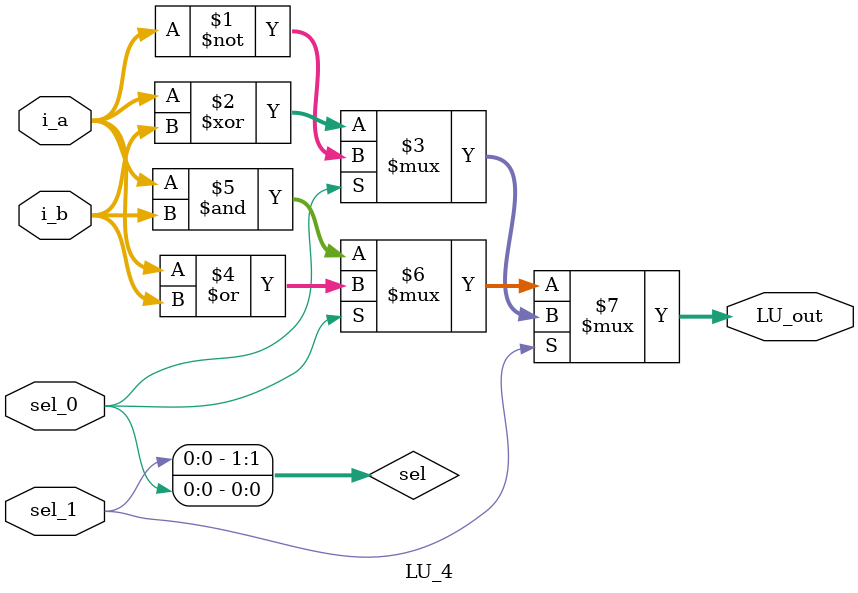
<source format=v>
module LU_4 (i_a, i_b, sel_0, sel_1, LU_out);

    input  [3:0] i_a, i_b;
    input        sel_0, sel_1;
    output [3:0] LU_out;

    wire   [1:0] sel;

    assign sel[0] = sel_0;
    assign sel[1] = sel_1;
    assign LU_out = sel[1] ? (sel[0] ? ~i_a : i_a ^ i_b) : (sel[0] ? i_a | i_b : i_a & i_b);

endmodule
</source>
